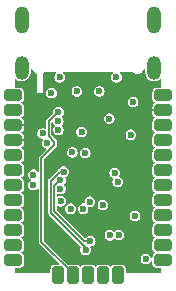
<source format=gbr>
%TF.GenerationSoftware,KiCad,Pcbnew,7.0.2*%
%TF.CreationDate,2023-07-26T16:03:34+02:00*%
%TF.ProjectId,epi,6570692e-6b69-4636-9164-5f7063625858,1_2_0*%
%TF.SameCoordinates,Original*%
%TF.FileFunction,Copper,L3,Inr*%
%TF.FilePolarity,Positive*%
%FSLAX46Y46*%
G04 Gerber Fmt 4.6, Leading zero omitted, Abs format (unit mm)*
G04 Created by KiCad (PCBNEW 7.0.2) date 2023-07-26 16:03:34*
%MOMM*%
%LPD*%
G01*
G04 APERTURE LIST*
G04 Aperture macros list*
%AMRoundRect*
0 Rectangle with rounded corners*
0 $1 Rounding radius*
0 $2 $3 $4 $5 $6 $7 $8 $9 X,Y pos of 4 corners*
0 Add a 4 corners polygon primitive as box body*
4,1,4,$2,$3,$4,$5,$6,$7,$8,$9,$2,$3,0*
0 Add four circle primitives for the rounded corners*
1,1,$1+$1,$2,$3*
1,1,$1+$1,$4,$5*
1,1,$1+$1,$6,$7*
1,1,$1+$1,$8,$9*
0 Add four rect primitives between the rounded corners*
20,1,$1+$1,$2,$3,$4,$5,0*
20,1,$1+$1,$4,$5,$6,$7,0*
20,1,$1+$1,$6,$7,$8,$9,0*
20,1,$1+$1,$8,$9,$2,$3,0*%
G04 Aperture macros list end*
%TA.AperFunction,CastellatedPad*%
%ADD10RoundRect,0.250000X-0.500000X-0.250000X0.500000X-0.250000X0.500000X0.250000X-0.500000X0.250000X0*%
%TD*%
%TA.AperFunction,CastellatedPad*%
%ADD11RoundRect,0.250000X-0.250000X0.500000X-0.250000X-0.500000X0.250000X-0.500000X0.250000X0.500000X0*%
%TD*%
%TA.AperFunction,ComponentPad*%
%ADD12O,1.200000X2.000000*%
%TD*%
%TA.AperFunction,ComponentPad*%
%ADD13O,1.200000X2.300000*%
%TD*%
%TA.AperFunction,ViaPad*%
%ADD14C,0.600000*%
%TD*%
%TA.AperFunction,Conductor*%
%ADD15C,0.150000*%
%TD*%
G04 APERTURE END LIST*
D10*
%TO.N,D1{slash}TX*%
%TO.C,J1*%
X97923220Y-58920000D03*
%TO.N,D0{slash}RX*%
X97923220Y-60190000D03*
%TO.N,GND*%
X97923220Y-61460000D03*
X97923220Y-62730000D03*
%TO.N,D2{slash}SDA*%
X97923220Y-64000000D03*
%TO.N,D3{slash}SCL*%
X97923220Y-65270000D03*
%TO.N,D4*%
X97923220Y-66540000D03*
%TO.N,D5*%
X97923220Y-67810000D03*
%TO.N,D6*%
X97923220Y-69080000D03*
%TO.N,D7*%
X97923220Y-70350000D03*
%TO.N,D8*%
X97923220Y-71620000D03*
%TO.N,D9*%
X97923220Y-72890000D03*
%TD*%
D11*
%TO.N,D11*%
%TO.C,J3*%
X106813220Y-74160000D03*
%TO.N,D12*%
X105543220Y-74160000D03*
%TO.N,D13*%
X104273220Y-74160000D03*
%TO.N,D17{slash}SS*%
X103003220Y-74160000D03*
%TO.N,A5*%
X101733220Y-74160000D03*
%TD*%
D12*
%TO.N,Net-(J4-SHIELD)*%
%TO.C,J4*%
X109873220Y-56591500D03*
D13*
X109873220Y-52591500D03*
D12*
X98673220Y-56591500D03*
D13*
X98673220Y-52591500D03*
%TD*%
D10*
%TO.N,+5V*%
%TO.C,J2*%
X110623220Y-58920000D03*
%TO.N,GND*%
X110623220Y-60190000D03*
%TO.N,RST*%
X110623220Y-61460000D03*
%TO.N,A4*%
X110623220Y-62730000D03*
%TO.N,A3*%
X110623220Y-64000000D03*
%TO.N,A2*%
X110623220Y-65270000D03*
%TO.N,A1*%
X110623220Y-66540000D03*
%TO.N,A0*%
X110623220Y-67810000D03*
%TO.N,D15{slash}SCK*%
X110623220Y-69080000D03*
%TO.N,D14{slash}MISO*%
X110623220Y-70350000D03*
%TO.N,D16{slash}MOSI*%
X110623220Y-71620000D03*
%TO.N,D10*%
X110623220Y-72890000D03*
%TD*%
D14*
%TO.N,+5V*%
X108249098Y-69134122D03*
X106062720Y-60900000D03*
X103723720Y-62023055D03*
X100423220Y-62160000D03*
%TO.N,GND*%
X107593220Y-60500000D03*
X102874422Y-61020000D03*
X108333220Y-57700000D03*
X109422512Y-68554867D03*
X100833220Y-72860000D03*
X102623220Y-72860000D03*
X103623220Y-66860000D03*
X101112342Y-69620878D03*
%TO.N,Net-(U1-XTAL1)*%
X104462720Y-71275203D03*
X101933220Y-66100000D03*
%TO.N,RST*%
X104033220Y-63819920D03*
X107903220Y-62260000D03*
%TO.N,D1{slash}TX*%
X99648720Y-65660000D03*
%TO.N,D0{slash}RX*%
X99648720Y-66532544D03*
%TO.N,A4*%
X106533220Y-65500000D03*
%TO.N,Net-(U1-XTAL2)*%
X102208720Y-65402542D03*
X104063718Y-72000000D03*
%TO.N,D17{slash}SS*%
X101765572Y-60363083D03*
%TO.N,Net-(J4-D+-PadA6)*%
X103333220Y-58600000D03*
%TO.N,D7*%
X101941860Y-67908641D03*
%TO.N,D15{slash}SCK*%
X102941848Y-63766872D03*
%TO.N,D16{slash}MOSI*%
X101754098Y-61862000D03*
%TO.N,D14{slash}MISO*%
X101754098Y-61112497D03*
%TO.N,D3{slash}SCL*%
X101933220Y-66850500D03*
%TO.N,Net-(J4-D--PadA7)*%
X105223220Y-58600000D03*
%TO.N,D9*%
X103847220Y-68537000D03*
%TO.N,D5*%
X102797720Y-68537000D03*
%TO.N,D10*%
X106123822Y-70782529D03*
%TO.N,A3*%
X106786311Y-66249757D03*
%TO.N,A5*%
X105533220Y-68224500D03*
%TO.N,D11*%
X100833220Y-63000000D03*
%TO.N,D12*%
X104433220Y-67936000D03*
%TO.N,D13*%
X106873031Y-70761567D03*
X109172720Y-72800000D03*
%TO.N,Net-(FB1-Pad1)*%
X108088720Y-59500000D03*
X106673220Y-57400000D03*
X101873220Y-57400000D03*
X101177662Y-58740576D03*
%TD*%
D15*
%TO.N,Net-(U1-XTAL1)*%
X101933220Y-66100000D02*
X101408220Y-66625000D01*
X101408220Y-66625000D02*
X101408220Y-68750736D01*
X103932687Y-71275203D02*
X104462720Y-71275203D01*
X101408220Y-68750736D02*
X103932687Y-71275203D01*
%TO.N,Net-(U1-XTAL2)*%
X104063718Y-72000000D02*
X104063718Y-71830498D01*
X104063718Y-71830498D02*
X101108220Y-68875000D01*
X101108220Y-68875000D02*
X101108220Y-66182537D01*
X101888215Y-65402542D02*
X102208720Y-65402542D01*
X101108220Y-66182537D02*
X101888215Y-65402542D01*
%TO.N,D17{slash}SS*%
X101423220Y-63160000D02*
X100323220Y-64260000D01*
X101423220Y-62847537D02*
X101423220Y-63160000D01*
X100323220Y-71328249D02*
X103003220Y-74008249D01*
X100323220Y-64260000D02*
X100323220Y-71328249D01*
X101720773Y-60363736D02*
X100948220Y-61136289D01*
X100948220Y-61136289D02*
X100948220Y-62372537D01*
X103003220Y-74008249D02*
X103003220Y-74160000D01*
X100948220Y-62372537D02*
X101423220Y-62847537D01*
%TD*%
%TA.AperFunction,Conductor*%
%TO.N,GND*%
G36*
X109085970Y-56691480D02*
G01*
X109118936Y-56727710D01*
X109122720Y-56749389D01*
X109122720Y-57035209D01*
X109122936Y-57037063D01*
X109122937Y-57037068D01*
X109137978Y-57165756D01*
X109197981Y-57330615D01*
X109248033Y-57406714D01*
X109294390Y-57477196D01*
X109422002Y-57597592D01*
X109573939Y-57685312D01*
X109742010Y-57735630D01*
X109906322Y-57745200D01*
X109917154Y-57745831D01*
X109917154Y-57745830D01*
X109917155Y-57745831D01*
X110089931Y-57715365D01*
X110251024Y-57645877D01*
X110370503Y-57556927D01*
X110417995Y-57544940D01*
X110460056Y-57570046D01*
X110472720Y-57608264D01*
X110472720Y-58205500D01*
X110453975Y-58250755D01*
X110408720Y-58269500D01*
X110091700Y-58269500D01*
X109997916Y-58284353D01*
X109884879Y-58341949D01*
X109795169Y-58431659D01*
X109737574Y-58544695D01*
X109722720Y-58638480D01*
X109722720Y-59201519D01*
X109737573Y-59295303D01*
X109793015Y-59404112D01*
X109795170Y-59408342D01*
X109884878Y-59498050D01*
X109885283Y-59498256D01*
X109886441Y-59499612D01*
X109892046Y-59505217D01*
X109891604Y-59505658D01*
X109917095Y-59535504D01*
X109913251Y-59584336D01*
X109885285Y-59612303D01*
X109885176Y-59612358D01*
X109795578Y-59701956D01*
X109738055Y-59814851D01*
X109723220Y-59908518D01*
X109723220Y-60090000D01*
X110313759Y-60090000D01*
X110298220Y-60132694D01*
X110298220Y-60247306D01*
X110313759Y-60290000D01*
X109723221Y-60290000D01*
X109723221Y-60471480D01*
X109738054Y-60565147D01*
X109795578Y-60678043D01*
X109885175Y-60767641D01*
X109885281Y-60767695D01*
X109885584Y-60768050D01*
X109892343Y-60774809D01*
X109891811Y-60775340D01*
X109917094Y-60804943D01*
X109913251Y-60853775D01*
X109885284Y-60881743D01*
X109884880Y-60881948D01*
X109795169Y-60971659D01*
X109737574Y-61084695D01*
X109722720Y-61178480D01*
X109722720Y-61741519D01*
X109737573Y-61835303D01*
X109777640Y-61913937D01*
X109795170Y-61948342D01*
X109884878Y-62038050D01*
X109884880Y-62038051D01*
X109892046Y-62045217D01*
X109891437Y-62045825D01*
X109916545Y-62075225D01*
X109912700Y-62124057D01*
X109892010Y-62144746D01*
X109892046Y-62144783D01*
X109884879Y-62151949D01*
X109884878Y-62151950D01*
X109830861Y-62205967D01*
X109795169Y-62241659D01*
X109737574Y-62354695D01*
X109722720Y-62448480D01*
X109722720Y-63011519D01*
X109737573Y-63105303D01*
X109759296Y-63147936D01*
X109795170Y-63218342D01*
X109884878Y-63308050D01*
X109884880Y-63308051D01*
X109892046Y-63315217D01*
X109891437Y-63315825D01*
X109916545Y-63345225D01*
X109912700Y-63394057D01*
X109892010Y-63414746D01*
X109892046Y-63414783D01*
X109884879Y-63421949D01*
X109884878Y-63421950D01*
X109830876Y-63475952D01*
X109795169Y-63511659D01*
X109737574Y-63624695D01*
X109722720Y-63718480D01*
X109722720Y-64281519D01*
X109737573Y-64375303D01*
X109793015Y-64484112D01*
X109795170Y-64488342D01*
X109884878Y-64578050D01*
X109884880Y-64578051D01*
X109892046Y-64585217D01*
X109891437Y-64585825D01*
X109916545Y-64615225D01*
X109912700Y-64664057D01*
X109892010Y-64684746D01*
X109892046Y-64684783D01*
X109884879Y-64691949D01*
X109884878Y-64691950D01*
X109795169Y-64781658D01*
X109795169Y-64781659D01*
X109737574Y-64894695D01*
X109722720Y-64988480D01*
X109722720Y-65551519D01*
X109737573Y-65645303D01*
X109789141Y-65746509D01*
X109795170Y-65758342D01*
X109884878Y-65848050D01*
X109884880Y-65848051D01*
X109892046Y-65855217D01*
X109891437Y-65855825D01*
X109916545Y-65885225D01*
X109912700Y-65934057D01*
X109892010Y-65954746D01*
X109892046Y-65954783D01*
X109884879Y-65961949D01*
X109884878Y-65961950D01*
X109843134Y-66003694D01*
X109795169Y-66051659D01*
X109737574Y-66164695D01*
X109722720Y-66258480D01*
X109722720Y-66821519D01*
X109737573Y-66915303D01*
X109769889Y-66978726D01*
X109795170Y-67028342D01*
X109884878Y-67118050D01*
X109884880Y-67118051D01*
X109892046Y-67125217D01*
X109891437Y-67125825D01*
X109916545Y-67155225D01*
X109912700Y-67204057D01*
X109892010Y-67224747D01*
X109892046Y-67224783D01*
X109884879Y-67231949D01*
X109884878Y-67231950D01*
X109815828Y-67301000D01*
X109795169Y-67321659D01*
X109737574Y-67434695D01*
X109722720Y-67528480D01*
X109722720Y-68091519D01*
X109737573Y-68185303D01*
X109741512Y-68193033D01*
X109795170Y-68298342D01*
X109884878Y-68388050D01*
X109884880Y-68388051D01*
X109892046Y-68395217D01*
X109891437Y-68395825D01*
X109916545Y-68425225D01*
X109912700Y-68474057D01*
X109892010Y-68494747D01*
X109892046Y-68494783D01*
X109884879Y-68501949D01*
X109884878Y-68501950D01*
X109818361Y-68568467D01*
X109795169Y-68591659D01*
X109737574Y-68704695D01*
X109722720Y-68798480D01*
X109722720Y-69361519D01*
X109737573Y-69455303D01*
X109784868Y-69548124D01*
X109795170Y-69568342D01*
X109884878Y-69658050D01*
X109884880Y-69658051D01*
X109892046Y-69665217D01*
X109891437Y-69665825D01*
X109916545Y-69695225D01*
X109912700Y-69744057D01*
X109892010Y-69764747D01*
X109892046Y-69764783D01*
X109884879Y-69771949D01*
X109884878Y-69771950D01*
X109795169Y-69861658D01*
X109795169Y-69861659D01*
X109737574Y-69974695D01*
X109722720Y-70068480D01*
X109722720Y-70631519D01*
X109737573Y-70725303D01*
X109788221Y-70824703D01*
X109795170Y-70838342D01*
X109884878Y-70928050D01*
X109884880Y-70928051D01*
X109892046Y-70935217D01*
X109891437Y-70935825D01*
X109916545Y-70965225D01*
X109912700Y-71014057D01*
X109892010Y-71034747D01*
X109892046Y-71034783D01*
X109884879Y-71041949D01*
X109884878Y-71041950D01*
X109843344Y-71083484D01*
X109795169Y-71131659D01*
X109737574Y-71244695D01*
X109722720Y-71338480D01*
X109722720Y-71901519D01*
X109737573Y-71995303D01*
X109793015Y-72104112D01*
X109795170Y-72108342D01*
X109884878Y-72198050D01*
X109884880Y-72198051D01*
X109892046Y-72205217D01*
X109891437Y-72205825D01*
X109916545Y-72235225D01*
X109912700Y-72284057D01*
X109892010Y-72304747D01*
X109892046Y-72304783D01*
X109884879Y-72311949D01*
X109884878Y-72311950D01*
X109810832Y-72385996D01*
X109795169Y-72401659D01*
X109737574Y-72514695D01*
X109722720Y-72608480D01*
X109722720Y-72625670D01*
X109703975Y-72670925D01*
X109658720Y-72689670D01*
X109613465Y-72670925D01*
X109600504Y-72652257D01*
X109555602Y-72553937D01*
X109470768Y-72456032D01*
X109361791Y-72385997D01*
X109361790Y-72385996D01*
X109361789Y-72385996D01*
X109237492Y-72349500D01*
X109107948Y-72349500D01*
X108983651Y-72385996D01*
X108983648Y-72385997D01*
X108874671Y-72456032D01*
X108789837Y-72553937D01*
X108736023Y-72671772D01*
X108717587Y-72800000D01*
X108736023Y-72928227D01*
X108789837Y-73046062D01*
X108789838Y-73046063D01*
X108874671Y-73143967D01*
X108983651Y-73214004D01*
X109107948Y-73250500D01*
X109107949Y-73250500D01*
X109237491Y-73250500D01*
X109237492Y-73250500D01*
X109361789Y-73214004D01*
X109470769Y-73143967D01*
X109555602Y-73046063D01*
X109600505Y-72947740D01*
X109636354Y-72914363D01*
X109685306Y-72916111D01*
X109718685Y-72951962D01*
X109722720Y-72974328D01*
X109722720Y-73171519D01*
X109737573Y-73265303D01*
X109742185Y-73274354D01*
X109795170Y-73378342D01*
X109884878Y-73468050D01*
X109997916Y-73525646D01*
X110091701Y-73540500D01*
X110408720Y-73540499D01*
X110453975Y-73559244D01*
X110472720Y-73604499D01*
X110472720Y-73945500D01*
X110453975Y-73990755D01*
X110408720Y-74009500D01*
X107527719Y-74009500D01*
X107482464Y-73990755D01*
X107463719Y-73945500D01*
X107463719Y-73628481D01*
X107448866Y-73534696D01*
X107394922Y-73428826D01*
X107391270Y-73421658D01*
X107301562Y-73331950D01*
X107188524Y-73274354D01*
X107094739Y-73259500D01*
X106531700Y-73259500D01*
X106437916Y-73274353D01*
X106324879Y-73331949D01*
X106324878Y-73331949D01*
X106324878Y-73331950D01*
X106235170Y-73421658D01*
X106235169Y-73421659D01*
X106228003Y-73428826D01*
X106227394Y-73428217D01*
X106197992Y-73453325D01*
X106149160Y-73449478D01*
X106128473Y-73428790D01*
X106128438Y-73428826D01*
X106121270Y-73421658D01*
X106031562Y-73331950D01*
X105918524Y-73274354D01*
X105824739Y-73259500D01*
X105261700Y-73259500D01*
X105167916Y-73274353D01*
X105054879Y-73331949D01*
X105054878Y-73331949D01*
X105054878Y-73331950D01*
X104965170Y-73421658D01*
X104965169Y-73421659D01*
X104958003Y-73428826D01*
X104957394Y-73428217D01*
X104927989Y-73453327D01*
X104879157Y-73449478D01*
X104858472Y-73428790D01*
X104858437Y-73428826D01*
X104851271Y-73421660D01*
X104851270Y-73421658D01*
X104761562Y-73331950D01*
X104648524Y-73274354D01*
X104554739Y-73259500D01*
X103991700Y-73259500D01*
X103897916Y-73274353D01*
X103784879Y-73331949D01*
X103784878Y-73331949D01*
X103784878Y-73331950D01*
X103695170Y-73421658D01*
X103695169Y-73421659D01*
X103688003Y-73428826D01*
X103687394Y-73428217D01*
X103657992Y-73453325D01*
X103609160Y-73449478D01*
X103588473Y-73428790D01*
X103588438Y-73428826D01*
X103581270Y-73421658D01*
X103491562Y-73331950D01*
X103378524Y-73274354D01*
X103284739Y-73259500D01*
X102721699Y-73259500D01*
X102625862Y-73274678D01*
X102578233Y-73263242D01*
X102570597Y-73256721D01*
X100567465Y-71253589D01*
X100548720Y-71208334D01*
X100548720Y-66194602D01*
X100877998Y-66194602D01*
X100880539Y-66204083D01*
X100882720Y-66220649D01*
X100882720Y-68867414D01*
X100882632Y-68870764D01*
X100880519Y-68911063D01*
X100889533Y-68934545D01*
X100892384Y-68944172D01*
X100897612Y-68968768D01*
X100903384Y-68976713D01*
X100911353Y-68991391D01*
X100914872Y-69000558D01*
X100932660Y-69018346D01*
X100939182Y-69025983D01*
X100953960Y-69046324D01*
X100962461Y-69051232D01*
X100975716Y-69061402D01*
X103645469Y-71731154D01*
X103664214Y-71776409D01*
X103658431Y-71802995D01*
X103627021Y-71871773D01*
X103608585Y-72000000D01*
X103627021Y-72128227D01*
X103680835Y-72246062D01*
X103765669Y-72343967D01*
X103874649Y-72414004D01*
X103998946Y-72450500D01*
X103998947Y-72450500D01*
X104128489Y-72450500D01*
X104128490Y-72450500D01*
X104252787Y-72414004D01*
X104361767Y-72343967D01*
X104446600Y-72246063D01*
X104500415Y-72128226D01*
X104518851Y-72000000D01*
X104500415Y-71871774D01*
X104475075Y-71816289D01*
X104473327Y-71767338D01*
X104506705Y-71731487D01*
X104518825Y-71728850D01*
X104518663Y-71728295D01*
X104527491Y-71725703D01*
X104527492Y-71725703D01*
X104651789Y-71689207D01*
X104760769Y-71619170D01*
X104845602Y-71521266D01*
X104899417Y-71403429D01*
X104917853Y-71275203D01*
X104899417Y-71146977D01*
X104845602Y-71029140D01*
X104760769Y-70931236D01*
X104760768Y-70931235D01*
X104651791Y-70861200D01*
X104651790Y-70861199D01*
X104651789Y-70861199D01*
X104527492Y-70824703D01*
X104397948Y-70824703D01*
X104351504Y-70838340D01*
X104273648Y-70861200D01*
X104164671Y-70931235D01*
X104090356Y-71017000D01*
X104046554Y-71038926D01*
X104000077Y-71023457D01*
X103996733Y-71020344D01*
X103758917Y-70782528D01*
X105668689Y-70782528D01*
X105687125Y-70910756D01*
X105740939Y-71028591D01*
X105788503Y-71083484D01*
X105825773Y-71126496D01*
X105934753Y-71196533D01*
X106059050Y-71233029D01*
X106059051Y-71233029D01*
X106188593Y-71233029D01*
X106188594Y-71233029D01*
X106312891Y-71196533D01*
X106421871Y-71126496D01*
X106459140Y-71083483D01*
X106502942Y-71061558D01*
X106549419Y-71077027D01*
X106555875Y-71083483D01*
X106574982Y-71105534D01*
X106683962Y-71175571D01*
X106808259Y-71212067D01*
X106808260Y-71212067D01*
X106937802Y-71212067D01*
X106937803Y-71212067D01*
X107062100Y-71175571D01*
X107171080Y-71105534D01*
X107255913Y-71007630D01*
X107309728Y-70889793D01*
X107328164Y-70761567D01*
X107309728Y-70633341D01*
X107255913Y-70515504D01*
X107171080Y-70417600D01*
X107171079Y-70417599D01*
X107062102Y-70347564D01*
X107062101Y-70347563D01*
X107062100Y-70347563D01*
X106937803Y-70311067D01*
X106808259Y-70311067D01*
X106683962Y-70347563D01*
X106683959Y-70347564D01*
X106574981Y-70417600D01*
X106537711Y-70460612D01*
X106493909Y-70482537D01*
X106447432Y-70467067D01*
X106440976Y-70460611D01*
X106421870Y-70438561D01*
X106312893Y-70368526D01*
X106312892Y-70368525D01*
X106312891Y-70368525D01*
X106188594Y-70332029D01*
X106059050Y-70332029D01*
X105934753Y-70368525D01*
X105934750Y-70368526D01*
X105825773Y-70438561D01*
X105740939Y-70536466D01*
X105687125Y-70654301D01*
X105668689Y-70782528D01*
X103758917Y-70782528D01*
X102110512Y-69134122D01*
X107793965Y-69134122D01*
X107812401Y-69262349D01*
X107866215Y-69380184D01*
X107866216Y-69380185D01*
X107951049Y-69478089D01*
X108060029Y-69548126D01*
X108184326Y-69584622D01*
X108184327Y-69584622D01*
X108313869Y-69584622D01*
X108313870Y-69584622D01*
X108438167Y-69548126D01*
X108547147Y-69478089D01*
X108631980Y-69380185D01*
X108685795Y-69262348D01*
X108704231Y-69134122D01*
X108685795Y-69005896D01*
X108631980Y-68888059D01*
X108547147Y-68790155D01*
X108547146Y-68790154D01*
X108438169Y-68720119D01*
X108438168Y-68720118D01*
X108438167Y-68720118D01*
X108313870Y-68683622D01*
X108184326Y-68683622D01*
X108112553Y-68704696D01*
X108060026Y-68720119D01*
X107951049Y-68790154D01*
X107866215Y-68888059D01*
X107812401Y-69005894D01*
X107793965Y-69134122D01*
X102110512Y-69134122D01*
X101652465Y-68676075D01*
X101633720Y-68630820D01*
X101633720Y-68537000D01*
X102342587Y-68537000D01*
X102361023Y-68665227D01*
X102414837Y-68783062D01*
X102428198Y-68798482D01*
X102499671Y-68880967D01*
X102608651Y-68951004D01*
X102732948Y-68987500D01*
X102732949Y-68987500D01*
X102862491Y-68987500D01*
X102862492Y-68987500D01*
X102986789Y-68951004D01*
X103095769Y-68880967D01*
X103180602Y-68783063D01*
X103234417Y-68665226D01*
X103252853Y-68537000D01*
X103392087Y-68537000D01*
X103410523Y-68665227D01*
X103464337Y-68783062D01*
X103477698Y-68798482D01*
X103549171Y-68880967D01*
X103658151Y-68951004D01*
X103782448Y-68987500D01*
X103782449Y-68987500D01*
X103911991Y-68987500D01*
X103911992Y-68987500D01*
X104036289Y-68951004D01*
X104145269Y-68880967D01*
X104230102Y-68783063D01*
X104283917Y-68665226D01*
X104302353Y-68537000D01*
X104291019Y-68458173D01*
X104303133Y-68410713D01*
X104345260Y-68385718D01*
X104359246Y-68386719D01*
X104359246Y-68386500D01*
X104497991Y-68386500D01*
X104497992Y-68386500D01*
X104622289Y-68350004D01*
X104731269Y-68279967D01*
X104779331Y-68224500D01*
X105078087Y-68224500D01*
X105096523Y-68352727D01*
X105150337Y-68470562D01*
X105207905Y-68537000D01*
X105235171Y-68568467D01*
X105344151Y-68638504D01*
X105468448Y-68675000D01*
X105468449Y-68675000D01*
X105597991Y-68675000D01*
X105597992Y-68675000D01*
X105722289Y-68638504D01*
X105831269Y-68568467D01*
X105916102Y-68470563D01*
X105969917Y-68352726D01*
X105988353Y-68224500D01*
X105969917Y-68096274D01*
X105916102Y-67978437D01*
X105831269Y-67880533D01*
X105831268Y-67880532D01*
X105722291Y-67810497D01*
X105722290Y-67810496D01*
X105722289Y-67810496D01*
X105597992Y-67774000D01*
X105468448Y-67774000D01*
X105353422Y-67807774D01*
X105344148Y-67810497D01*
X105235171Y-67880532D01*
X105150337Y-67978437D01*
X105096523Y-68096272D01*
X105078087Y-68224500D01*
X104779331Y-68224500D01*
X104816102Y-68182063D01*
X104869917Y-68064226D01*
X104888353Y-67936000D01*
X104869917Y-67807774D01*
X104816102Y-67689937D01*
X104731269Y-67592033D01*
X104731268Y-67592032D01*
X104622291Y-67521997D01*
X104622290Y-67521996D01*
X104622289Y-67521996D01*
X104497992Y-67485500D01*
X104368448Y-67485500D01*
X104262907Y-67516489D01*
X104244148Y-67521997D01*
X104135171Y-67592032D01*
X104050337Y-67689937D01*
X103996523Y-67807772D01*
X103978087Y-67936000D01*
X103989420Y-68014824D01*
X103977305Y-68062286D01*
X103935179Y-68087281D01*
X103921193Y-68086281D01*
X103921193Y-68086500D01*
X103911992Y-68086500D01*
X103782448Y-68086500D01*
X103673082Y-68118612D01*
X103658148Y-68122997D01*
X103549171Y-68193032D01*
X103464337Y-68290937D01*
X103410523Y-68408772D01*
X103392087Y-68537000D01*
X103252853Y-68537000D01*
X103234417Y-68408774D01*
X103180602Y-68290937D01*
X103095769Y-68193033D01*
X103095768Y-68193032D01*
X102986791Y-68122997D01*
X102986790Y-68122996D01*
X102986789Y-68122996D01*
X102862492Y-68086500D01*
X102732948Y-68086500D01*
X102623582Y-68118612D01*
X102608648Y-68122997D01*
X102499671Y-68193032D01*
X102414837Y-68290937D01*
X102361023Y-68408772D01*
X102342587Y-68537000D01*
X101633720Y-68537000D01*
X101633720Y-68363329D01*
X101652465Y-68318074D01*
X101697720Y-68299329D01*
X101732320Y-68309489D01*
X101752791Y-68322645D01*
X101877088Y-68359141D01*
X101877089Y-68359141D01*
X102006631Y-68359141D01*
X102006632Y-68359141D01*
X102130929Y-68322645D01*
X102239909Y-68252608D01*
X102324742Y-68154704D01*
X102378557Y-68036867D01*
X102396993Y-67908641D01*
X102378557Y-67780415D01*
X102324742Y-67662578D01*
X102239909Y-67564674D01*
X102239908Y-67564673D01*
X102130931Y-67494638D01*
X102130930Y-67494637D01*
X102130929Y-67494637D01*
X102006632Y-67458141D01*
X101877088Y-67458141D01*
X101752791Y-67494637D01*
X101752789Y-67494637D01*
X101752789Y-67494638D01*
X101732319Y-67507793D01*
X101684114Y-67516489D01*
X101643878Y-67488552D01*
X101633720Y-67453955D01*
X101633720Y-67310738D01*
X101652464Y-67265486D01*
X101697719Y-67246741D01*
X101732320Y-67256901D01*
X101744151Y-67264504D01*
X101868448Y-67301000D01*
X101868449Y-67301000D01*
X101997991Y-67301000D01*
X101997992Y-67301000D01*
X102122289Y-67264504D01*
X102231269Y-67194467D01*
X102316102Y-67096563D01*
X102369917Y-66978726D01*
X102388353Y-66850500D01*
X102369917Y-66722274D01*
X102316102Y-66604437D01*
X102240476Y-66517158D01*
X102225008Y-66470684D01*
X102240476Y-66433341D01*
X102316102Y-66346063D01*
X102369917Y-66228226D01*
X102388353Y-66100000D01*
X102369917Y-65971774D01*
X102341385Y-65909300D01*
X102339637Y-65860349D01*
X102373015Y-65824498D01*
X102381563Y-65821309D01*
X102397789Y-65816546D01*
X102506769Y-65746509D01*
X102591602Y-65648605D01*
X102645417Y-65530768D01*
X102649841Y-65500000D01*
X106078087Y-65500000D01*
X106096523Y-65628227D01*
X106150337Y-65746062D01*
X106150338Y-65746063D01*
X106235171Y-65843967D01*
X106344151Y-65914004D01*
X106361670Y-65919147D01*
X106399809Y-65949883D01*
X106405046Y-65998586D01*
X106401854Y-66007142D01*
X106349614Y-66121529D01*
X106331178Y-66249756D01*
X106331178Y-66249757D01*
X106334943Y-66275942D01*
X106349614Y-66377984D01*
X106403428Y-66495819D01*
X106403429Y-66495820D01*
X106488262Y-66593724D01*
X106597242Y-66663761D01*
X106721539Y-66700257D01*
X106721540Y-66700257D01*
X106851082Y-66700257D01*
X106851083Y-66700257D01*
X106975380Y-66663761D01*
X107084360Y-66593724D01*
X107169193Y-66495820D01*
X107223008Y-66377983D01*
X107241444Y-66249757D01*
X107223008Y-66121531D01*
X107169193Y-66003694D01*
X107084360Y-65905790D01*
X107084359Y-65905789D01*
X106975380Y-65835752D01*
X106957860Y-65830608D01*
X106919721Y-65799871D01*
X106914486Y-65751168D01*
X106917677Y-65742614D01*
X106969917Y-65628226D01*
X106988353Y-65500000D01*
X106969917Y-65371774D01*
X106916102Y-65253937D01*
X106831269Y-65156033D01*
X106831268Y-65156032D01*
X106722291Y-65085997D01*
X106722290Y-65085996D01*
X106722289Y-65085996D01*
X106597992Y-65049500D01*
X106468448Y-65049500D01*
X106437541Y-65058575D01*
X106344148Y-65085997D01*
X106235171Y-65156032D01*
X106150337Y-65253937D01*
X106096523Y-65371772D01*
X106078087Y-65500000D01*
X102649841Y-65500000D01*
X102663853Y-65402542D01*
X102645417Y-65274316D01*
X102591602Y-65156479D01*
X102506769Y-65058575D01*
X102506768Y-65058574D01*
X102397791Y-64988539D01*
X102397790Y-64988538D01*
X102397789Y-64988538D01*
X102273492Y-64952042D01*
X102143948Y-64952042D01*
X102019842Y-64988482D01*
X102019648Y-64988539D01*
X101910671Y-65058574D01*
X101825836Y-65156480D01*
X101824177Y-65160113D01*
X101803577Y-65185301D01*
X101786499Y-65197707D01*
X101771827Y-65205674D01*
X101762655Y-65209195D01*
X101744869Y-65226981D01*
X101737235Y-65233501D01*
X101716893Y-65248280D01*
X101711982Y-65256786D01*
X101701813Y-65270037D01*
X100954122Y-66017728D01*
X100951692Y-66020034D01*
X100921711Y-66047029D01*
X100911483Y-66070002D01*
X100906691Y-66078826D01*
X100892993Y-66099919D01*
X100891455Y-66109625D01*
X100886713Y-66125633D01*
X100882720Y-66134603D01*
X100882720Y-66159751D01*
X100881931Y-66169762D01*
X100877998Y-66194602D01*
X100548720Y-66194602D01*
X100548720Y-64379914D01*
X100567464Y-64334660D01*
X101135252Y-63766871D01*
X102486715Y-63766871D01*
X102505151Y-63895099D01*
X102558965Y-64012934D01*
X102558966Y-64012935D01*
X102643799Y-64110839D01*
X102752779Y-64180876D01*
X102877076Y-64217372D01*
X102877077Y-64217372D01*
X103006619Y-64217372D01*
X103006620Y-64217372D01*
X103130917Y-64180876D01*
X103239897Y-64110839D01*
X103324730Y-64012935D01*
X103378545Y-63895098D01*
X103389354Y-63819920D01*
X103578087Y-63819920D01*
X103596523Y-63948147D01*
X103650337Y-64065982D01*
X103650338Y-64065983D01*
X103735171Y-64163887D01*
X103844151Y-64233924D01*
X103968448Y-64270420D01*
X103968449Y-64270420D01*
X104097991Y-64270420D01*
X104097992Y-64270420D01*
X104222289Y-64233924D01*
X104331269Y-64163887D01*
X104416102Y-64065983D01*
X104469917Y-63948146D01*
X104488353Y-63819920D01*
X104469917Y-63691694D01*
X104416102Y-63573857D01*
X104331269Y-63475953D01*
X104331268Y-63475952D01*
X104222291Y-63405917D01*
X104222290Y-63405916D01*
X104222289Y-63405916D01*
X104097992Y-63369420D01*
X103968448Y-63369420D01*
X103844151Y-63405916D01*
X103844148Y-63405917D01*
X103735171Y-63475952D01*
X103650337Y-63573857D01*
X103596523Y-63691692D01*
X103578087Y-63819920D01*
X103389354Y-63819920D01*
X103396981Y-63766872D01*
X103378545Y-63638646D01*
X103324730Y-63520809D01*
X103239897Y-63422905D01*
X103239896Y-63422904D01*
X103130919Y-63352869D01*
X103130918Y-63352868D01*
X103130917Y-63352868D01*
X103006620Y-63316372D01*
X102877076Y-63316372D01*
X102752779Y-63352868D01*
X102752776Y-63352869D01*
X102643799Y-63422904D01*
X102558965Y-63520809D01*
X102505151Y-63638644D01*
X102486715Y-63766871D01*
X101135252Y-63766871D01*
X101577324Y-63324799D01*
X101579737Y-63322511D01*
X101595798Y-63308050D01*
X101609729Y-63295507D01*
X101619958Y-63272530D01*
X101624748Y-63263710D01*
X101638444Y-63242621D01*
X101638443Y-63242621D01*
X101638446Y-63242618D01*
X101639983Y-63232912D01*
X101644727Y-63216900D01*
X101648720Y-63207932D01*
X101648719Y-63182786D01*
X101649507Y-63172774D01*
X101653442Y-63147935D01*
X101650898Y-63138443D01*
X101648719Y-63121894D01*
X101648719Y-62855103D01*
X101648807Y-62851752D01*
X101650919Y-62811473D01*
X101641909Y-62788001D01*
X101639057Y-62778372D01*
X101633827Y-62753768D01*
X101628057Y-62745827D01*
X101620083Y-62731142D01*
X101616565Y-62721977D01*
X101598781Y-62704193D01*
X101592259Y-62696556D01*
X101577479Y-62676213D01*
X101568975Y-62671303D01*
X101555722Y-62661134D01*
X101192465Y-62297877D01*
X101173720Y-62252622D01*
X101173720Y-61885738D01*
X101182481Y-61864585D01*
X101173720Y-61838261D01*
X101173720Y-61256203D01*
X101192464Y-61210949D01*
X101207546Y-61195867D01*
X101252800Y-61177123D01*
X101298055Y-61195868D01*
X101316148Y-61232013D01*
X101317400Y-61240721D01*
X101371215Y-61358559D01*
X101446407Y-61445337D01*
X101461876Y-61491814D01*
X101446408Y-61529158D01*
X101371215Y-61615937D01*
X101317401Y-61733772D01*
X101313090Y-61763758D01*
X101302804Y-61835304D01*
X101301069Y-61847369D01*
X101293124Y-61860758D01*
X101301068Y-61876628D01*
X101306734Y-61916032D01*
X101317401Y-61990227D01*
X101371215Y-62108062D01*
X101403071Y-62144826D01*
X101456049Y-62205967D01*
X101565029Y-62276004D01*
X101689326Y-62312500D01*
X101689327Y-62312500D01*
X101818869Y-62312500D01*
X101818870Y-62312500D01*
X101943167Y-62276004D01*
X102052147Y-62205967D01*
X102136980Y-62108063D01*
X102175803Y-62023054D01*
X103268587Y-62023054D01*
X103287023Y-62151282D01*
X103340837Y-62269117D01*
X103340838Y-62269118D01*
X103425671Y-62367022D01*
X103534651Y-62437059D01*
X103658948Y-62473555D01*
X103658949Y-62473555D01*
X103788491Y-62473555D01*
X103788492Y-62473555D01*
X103912789Y-62437059D01*
X104021769Y-62367022D01*
X104106602Y-62269118D01*
X104110767Y-62259999D01*
X107448087Y-62259999D01*
X107466523Y-62388227D01*
X107520337Y-62506062D01*
X107520338Y-62506063D01*
X107605171Y-62603967D01*
X107714151Y-62674004D01*
X107838448Y-62710500D01*
X107838449Y-62710500D01*
X107967991Y-62710500D01*
X107967992Y-62710500D01*
X108092289Y-62674004D01*
X108201269Y-62603967D01*
X108286102Y-62506063D01*
X108339917Y-62388226D01*
X108358353Y-62260000D01*
X108339917Y-62131774D01*
X108286102Y-62013937D01*
X108201269Y-61916033D01*
X108201268Y-61916032D01*
X108092291Y-61845997D01*
X108092290Y-61845996D01*
X108092289Y-61845996D01*
X107967992Y-61809500D01*
X107838448Y-61809500D01*
X107740495Y-61838261D01*
X107714148Y-61845997D01*
X107605171Y-61916032D01*
X107520337Y-62013937D01*
X107466523Y-62131772D01*
X107448087Y-62259999D01*
X104110767Y-62259999D01*
X104160417Y-62151281D01*
X104178853Y-62023055D01*
X104160417Y-61894829D01*
X104106602Y-61776992D01*
X104021769Y-61679088D01*
X104021768Y-61679087D01*
X103912791Y-61609052D01*
X103912790Y-61609051D01*
X103912789Y-61609051D01*
X103788492Y-61572555D01*
X103658948Y-61572555D01*
X103534651Y-61609051D01*
X103534648Y-61609052D01*
X103425671Y-61679087D01*
X103340837Y-61776992D01*
X103287023Y-61894827D01*
X103268587Y-62023054D01*
X102175803Y-62023054D01*
X102190795Y-61990226D01*
X102209231Y-61862000D01*
X102190795Y-61733774D01*
X102136980Y-61615937D01*
X102061786Y-61529157D01*
X102046318Y-61482682D01*
X102061785Y-61445340D01*
X102136980Y-61358560D01*
X102190795Y-61240723D01*
X102209231Y-61112497D01*
X102190795Y-60984271D01*
X102152309Y-60899999D01*
X105607587Y-60899999D01*
X105626023Y-61028227D01*
X105679837Y-61146062D01*
X105679838Y-61146063D01*
X105764671Y-61243967D01*
X105873651Y-61314004D01*
X105997948Y-61350500D01*
X105997949Y-61350500D01*
X106127491Y-61350500D01*
X106127492Y-61350500D01*
X106251789Y-61314004D01*
X106360769Y-61243967D01*
X106445602Y-61146063D01*
X106499417Y-61028226D01*
X106517853Y-60900000D01*
X106499417Y-60771774D01*
X106445602Y-60653937D01*
X106360769Y-60556033D01*
X106360768Y-60556032D01*
X106251791Y-60485997D01*
X106251790Y-60485996D01*
X106251789Y-60485996D01*
X106127492Y-60449500D01*
X105997948Y-60449500D01*
X105873651Y-60485996D01*
X105873648Y-60485997D01*
X105764671Y-60556032D01*
X105679837Y-60653937D01*
X105626023Y-60771772D01*
X105607587Y-60899999D01*
X102152309Y-60899999D01*
X102136980Y-60866434D01*
X102067562Y-60786320D01*
X102052094Y-60739845D01*
X102067562Y-60702501D01*
X102148454Y-60609146D01*
X102202269Y-60491309D01*
X102220705Y-60363083D01*
X102202269Y-60234857D01*
X102148454Y-60117020D01*
X102063621Y-60019116D01*
X102063620Y-60019115D01*
X101954643Y-59949080D01*
X101954642Y-59949079D01*
X101954641Y-59949079D01*
X101830344Y-59912583D01*
X101700800Y-59912583D01*
X101576503Y-59949079D01*
X101576500Y-59949080D01*
X101467523Y-60019115D01*
X101382689Y-60117020D01*
X101328875Y-60234855D01*
X101310439Y-60363084D01*
X101317454Y-60411880D01*
X101305339Y-60459342D01*
X101299360Y-60466242D01*
X100794122Y-60971480D01*
X100791692Y-60973786D01*
X100761711Y-61000781D01*
X100751483Y-61023754D01*
X100746691Y-61032578D01*
X100732993Y-61053671D01*
X100731455Y-61063377D01*
X100726713Y-61079385D01*
X100722720Y-61088355D01*
X100722720Y-61113503D01*
X100721931Y-61123514D01*
X100717998Y-61148354D01*
X100720539Y-61157835D01*
X100722720Y-61174401D01*
X100722720Y-61699758D01*
X100703975Y-61745013D01*
X100658720Y-61763758D01*
X100624120Y-61753599D01*
X100618710Y-61750123D01*
X100612289Y-61745996D01*
X100487992Y-61709500D01*
X100358448Y-61709500D01*
X100249399Y-61741519D01*
X100234148Y-61745997D01*
X100125171Y-61816032D01*
X100040337Y-61913937D01*
X99986523Y-62031772D01*
X99968087Y-62160000D01*
X99986523Y-62288227D01*
X100040337Y-62406062D01*
X100040338Y-62406063D01*
X100125171Y-62503967D01*
X100234151Y-62574004D01*
X100358448Y-62610500D01*
X100358449Y-62610500D01*
X100434486Y-62610500D01*
X100479741Y-62629245D01*
X100498486Y-62674500D01*
X100482854Y-62716411D01*
X100450337Y-62753937D01*
X100396523Y-62871772D01*
X100378087Y-63000000D01*
X100396523Y-63128227D01*
X100450337Y-63246062D01*
X100535171Y-63343967D01*
X100631565Y-63405916D01*
X100644151Y-63414004D01*
X100700020Y-63430408D01*
X100738160Y-63461142D01*
X100743397Y-63509845D01*
X100727244Y-63537070D01*
X100169122Y-64095191D01*
X100166692Y-64097497D01*
X100136711Y-64124492D01*
X100126483Y-64147465D01*
X100121691Y-64156289D01*
X100107993Y-64177382D01*
X100106455Y-64187088D01*
X100101713Y-64203096D01*
X100097720Y-64212066D01*
X100097720Y-64237214D01*
X100096932Y-64247225D01*
X100093259Y-64270420D01*
X100092998Y-64272065D01*
X100095539Y-64281546D01*
X100097720Y-64298112D01*
X100097719Y-65318649D01*
X100078974Y-65363904D01*
X100033719Y-65382649D01*
X99988464Y-65363904D01*
X99985351Y-65360560D01*
X99946768Y-65316032D01*
X99837791Y-65245997D01*
X99837790Y-65245996D01*
X99837789Y-65245996D01*
X99713492Y-65209500D01*
X99583948Y-65209500D01*
X99459651Y-65245996D01*
X99459648Y-65245997D01*
X99350671Y-65316032D01*
X99265837Y-65413937D01*
X99212023Y-65531772D01*
X99193587Y-65659999D01*
X99212023Y-65788227D01*
X99265837Y-65906062D01*
X99350671Y-66003967D01*
X99410523Y-66042432D01*
X99438459Y-66082668D01*
X99429762Y-66130873D01*
X99410523Y-66150112D01*
X99350671Y-66188576D01*
X99265837Y-66286481D01*
X99212023Y-66404316D01*
X99193587Y-66532544D01*
X99212023Y-66660771D01*
X99265837Y-66778606D01*
X99265838Y-66778607D01*
X99350671Y-66876511D01*
X99459651Y-66946548D01*
X99583948Y-66983044D01*
X99583949Y-66983044D01*
X99713491Y-66983044D01*
X99713492Y-66983044D01*
X99837789Y-66946548D01*
X99946769Y-66876511D01*
X99985352Y-66831982D01*
X100029154Y-66810057D01*
X100075631Y-66825526D01*
X100097557Y-66869328D01*
X100097720Y-66873894D01*
X100097720Y-71320663D01*
X100097632Y-71324013D01*
X100095519Y-71364312D01*
X100104533Y-71387794D01*
X100107384Y-71397421D01*
X100112612Y-71422017D01*
X100118384Y-71429962D01*
X100126353Y-71444640D01*
X100129872Y-71453807D01*
X100147660Y-71471595D01*
X100154182Y-71479232D01*
X100168960Y-71499573D01*
X100177461Y-71504481D01*
X100190716Y-71514651D01*
X101826310Y-73150245D01*
X101845055Y-73195500D01*
X101826310Y-73240755D01*
X101781055Y-73259500D01*
X101451700Y-73259500D01*
X101357916Y-73274353D01*
X101244879Y-73331949D01*
X101155169Y-73421659D01*
X101097574Y-73534695D01*
X101082720Y-73628480D01*
X101082720Y-73945500D01*
X101063975Y-73990755D01*
X101018720Y-74009500D01*
X98137720Y-74009500D01*
X98092465Y-73990755D01*
X98073720Y-73945500D01*
X98073720Y-73604499D01*
X98092465Y-73559244D01*
X98137720Y-73540499D01*
X98454739Y-73540499D01*
X98501630Y-73533072D01*
X98548524Y-73525646D01*
X98661562Y-73468050D01*
X98751270Y-73378342D01*
X98808866Y-73265304D01*
X98823720Y-73171519D01*
X98823719Y-72608482D01*
X98808866Y-72514696D01*
X98751270Y-72401658D01*
X98661562Y-72311950D01*
X98661561Y-72311949D01*
X98654394Y-72304782D01*
X98655002Y-72304173D01*
X98629897Y-72274778D01*
X98633739Y-72225945D01*
X98654430Y-72205254D01*
X98654394Y-72205218D01*
X98661562Y-72198050D01*
X98751270Y-72108342D01*
X98808866Y-71995304D01*
X98823720Y-71901519D01*
X98823719Y-71338482D01*
X98821161Y-71322333D01*
X98808866Y-71244696D01*
X98802921Y-71233029D01*
X98751270Y-71131658D01*
X98661562Y-71041950D01*
X98661561Y-71041949D01*
X98654394Y-71034782D01*
X98655002Y-71034173D01*
X98629897Y-71004778D01*
X98633739Y-70955945D01*
X98654430Y-70935254D01*
X98654394Y-70935218D01*
X98661562Y-70928050D01*
X98751270Y-70838342D01*
X98808866Y-70725304D01*
X98823720Y-70631519D01*
X98823719Y-70068482D01*
X98808866Y-69974696D01*
X98751270Y-69861658D01*
X98661562Y-69771950D01*
X98661561Y-69771949D01*
X98654394Y-69764782D01*
X98655002Y-69764173D01*
X98629897Y-69734778D01*
X98633739Y-69685945D01*
X98654430Y-69665254D01*
X98654394Y-69665218D01*
X98661562Y-69658050D01*
X98751270Y-69568342D01*
X98808866Y-69455304D01*
X98823720Y-69361519D01*
X98823719Y-68798482D01*
X98822400Y-68790155D01*
X98808866Y-68704696D01*
X98771224Y-68630820D01*
X98751270Y-68591658D01*
X98661562Y-68501950D01*
X98661561Y-68501949D01*
X98654394Y-68494782D01*
X98655002Y-68494173D01*
X98629897Y-68464778D01*
X98633739Y-68415945D01*
X98654430Y-68395254D01*
X98654394Y-68395218D01*
X98663894Y-68385718D01*
X98751270Y-68298342D01*
X98808866Y-68185304D01*
X98823720Y-68091519D01*
X98823719Y-67528482D01*
X98820442Y-67507793D01*
X98808866Y-67434696D01*
X98808865Y-67434695D01*
X98751270Y-67321658D01*
X98661562Y-67231950D01*
X98661561Y-67231949D01*
X98654394Y-67224782D01*
X98655002Y-67224173D01*
X98629897Y-67194778D01*
X98633739Y-67145945D01*
X98654430Y-67125254D01*
X98654394Y-67125218D01*
X98661562Y-67118050D01*
X98751270Y-67028342D01*
X98808866Y-66915304D01*
X98823720Y-66821519D01*
X98823719Y-66258482D01*
X98820229Y-66236448D01*
X98808866Y-66164696D01*
X98791632Y-66130873D01*
X98751270Y-66051658D01*
X98661562Y-65961950D01*
X98661561Y-65961949D01*
X98654394Y-65954782D01*
X98655002Y-65954173D01*
X98629897Y-65924778D01*
X98633739Y-65875945D01*
X98654430Y-65855254D01*
X98654394Y-65855218D01*
X98673860Y-65835752D01*
X98751270Y-65758342D01*
X98808866Y-65645304D01*
X98823720Y-65551519D01*
X98823719Y-64988482D01*
X98808866Y-64894696D01*
X98751270Y-64781658D01*
X98661562Y-64691950D01*
X98661561Y-64691949D01*
X98654394Y-64684782D01*
X98655002Y-64684173D01*
X98629897Y-64654778D01*
X98633739Y-64605945D01*
X98654430Y-64585254D01*
X98654394Y-64585218D01*
X98661562Y-64578050D01*
X98751270Y-64488342D01*
X98808866Y-64375304D01*
X98823720Y-64281519D01*
X98823719Y-63718482D01*
X98808866Y-63624696D01*
X98751270Y-63511658D01*
X98661562Y-63421950D01*
X98661156Y-63421743D01*
X98659998Y-63420387D01*
X98654394Y-63414783D01*
X98654835Y-63414341D01*
X98629345Y-63384496D01*
X98633189Y-63335664D01*
X98661160Y-63307694D01*
X98661265Y-63307640D01*
X98750861Y-63218043D01*
X98808384Y-63105148D01*
X98823220Y-63011481D01*
X98823220Y-62830000D01*
X98232681Y-62830000D01*
X98248220Y-62787306D01*
X98248220Y-62672694D01*
X98232681Y-62630000D01*
X98823219Y-62630000D01*
X98823219Y-62448519D01*
X98808385Y-62354852D01*
X98750861Y-62241956D01*
X98661264Y-62152358D01*
X98660610Y-62152025D01*
X98658730Y-62149825D01*
X98654097Y-62145191D01*
X98654461Y-62144826D01*
X98628797Y-62114778D01*
X98632639Y-62065946D01*
X98660610Y-62037975D01*
X98661264Y-62037641D01*
X98750861Y-61948043D01*
X98808384Y-61835148D01*
X98823220Y-61741481D01*
X98823220Y-61560000D01*
X98232681Y-61560000D01*
X98248220Y-61517306D01*
X98248220Y-61402694D01*
X98232681Y-61360000D01*
X98823219Y-61360000D01*
X98823219Y-61178519D01*
X98808385Y-61084852D01*
X98750861Y-60971956D01*
X98661264Y-60882358D01*
X98661159Y-60882305D01*
X98660855Y-60881949D01*
X98654097Y-60875191D01*
X98654628Y-60874659D01*
X98629346Y-60845057D01*
X98633189Y-60796225D01*
X98661160Y-60768255D01*
X98661260Y-60768203D01*
X98661562Y-60768050D01*
X98751270Y-60678342D01*
X98808866Y-60565304D01*
X98823720Y-60471519D01*
X98823719Y-59908482D01*
X98808866Y-59814696D01*
X98751270Y-59701658D01*
X98661562Y-59611950D01*
X98661561Y-59611949D01*
X98654394Y-59604782D01*
X98655002Y-59604173D01*
X98629897Y-59574778D01*
X98633739Y-59525945D01*
X98654430Y-59505254D01*
X98654394Y-59505218D01*
X98659612Y-59500000D01*
X107633587Y-59500000D01*
X107637317Y-59525945D01*
X107652023Y-59628227D01*
X107705837Y-59746062D01*
X107705838Y-59746063D01*
X107790671Y-59843967D01*
X107899651Y-59914004D01*
X108023948Y-59950500D01*
X108023949Y-59950500D01*
X108153491Y-59950500D01*
X108153492Y-59950500D01*
X108277789Y-59914004D01*
X108386769Y-59843967D01*
X108471602Y-59746063D01*
X108525417Y-59628226D01*
X108543853Y-59500000D01*
X108525417Y-59371774D01*
X108471602Y-59253937D01*
X108386769Y-59156033D01*
X108386768Y-59156032D01*
X108277791Y-59085997D01*
X108277790Y-59085996D01*
X108277789Y-59085996D01*
X108153492Y-59049500D01*
X108023948Y-59049500D01*
X107904600Y-59084543D01*
X107899648Y-59085997D01*
X107790671Y-59156032D01*
X107705837Y-59253937D01*
X107652023Y-59371772D01*
X107646765Y-59408342D01*
X107633587Y-59500000D01*
X98659612Y-59500000D01*
X98661562Y-59498050D01*
X98751270Y-59408342D01*
X98808866Y-59295304D01*
X98823720Y-59201519D01*
X98823719Y-58740576D01*
X100722529Y-58740576D01*
X100740965Y-58868803D01*
X100794779Y-58986638D01*
X100850115Y-59050500D01*
X100879613Y-59084543D01*
X100988593Y-59154580D01*
X101112890Y-59191076D01*
X101112891Y-59191076D01*
X101242433Y-59191076D01*
X101242434Y-59191076D01*
X101366731Y-59154580D01*
X101475711Y-59084543D01*
X101560544Y-58986639D01*
X101614359Y-58868802D01*
X101632795Y-58740576D01*
X101614359Y-58612350D01*
X101608719Y-58600000D01*
X102878087Y-58600000D01*
X102896523Y-58728227D01*
X102950337Y-58846062D01*
X102950338Y-58846063D01*
X103035171Y-58943967D01*
X103144151Y-59014004D01*
X103268448Y-59050500D01*
X103268449Y-59050500D01*
X103397991Y-59050500D01*
X103397992Y-59050500D01*
X103522289Y-59014004D01*
X103631269Y-58943967D01*
X103716102Y-58846063D01*
X103769917Y-58728226D01*
X103788353Y-58600000D01*
X104768087Y-58600000D01*
X104786523Y-58728227D01*
X104840337Y-58846062D01*
X104840338Y-58846063D01*
X104925171Y-58943967D01*
X105034151Y-59014004D01*
X105158448Y-59050500D01*
X105158449Y-59050500D01*
X105287991Y-59050500D01*
X105287992Y-59050500D01*
X105412289Y-59014004D01*
X105521269Y-58943967D01*
X105606102Y-58846063D01*
X105659917Y-58728226D01*
X105678353Y-58600000D01*
X105659917Y-58471774D01*
X105606102Y-58353937D01*
X105521269Y-58256033D01*
X105521268Y-58256032D01*
X105412291Y-58185997D01*
X105412290Y-58185996D01*
X105412289Y-58185996D01*
X105287992Y-58149500D01*
X105158448Y-58149500D01*
X105034151Y-58185996D01*
X105034148Y-58185997D01*
X104925171Y-58256032D01*
X104840337Y-58353937D01*
X104786523Y-58471772D01*
X104768087Y-58600000D01*
X103788353Y-58600000D01*
X103769917Y-58471774D01*
X103716102Y-58353937D01*
X103631269Y-58256033D01*
X103631268Y-58256032D01*
X103522291Y-58185997D01*
X103522290Y-58185996D01*
X103522289Y-58185996D01*
X103397992Y-58149500D01*
X103268448Y-58149500D01*
X103144151Y-58185996D01*
X103144148Y-58185997D01*
X103035171Y-58256032D01*
X102950337Y-58353937D01*
X102896523Y-58471772D01*
X102878087Y-58600000D01*
X101608719Y-58600000D01*
X101560544Y-58494513D01*
X101475711Y-58396609D01*
X101475710Y-58396608D01*
X101366733Y-58326573D01*
X101366732Y-58326572D01*
X101366731Y-58326572D01*
X101242434Y-58290076D01*
X101112890Y-58290076D01*
X100988593Y-58326572D01*
X100988590Y-58326573D01*
X100879613Y-58396608D01*
X100794779Y-58494513D01*
X100740965Y-58612348D01*
X100722529Y-58740576D01*
X98823719Y-58740576D01*
X98823719Y-58638482D01*
X98819580Y-58612350D01*
X98808866Y-58544696D01*
X98771709Y-58471772D01*
X98751270Y-58431658D01*
X98661562Y-58341950D01*
X98548524Y-58284354D01*
X98454739Y-58269500D01*
X98137720Y-58269500D01*
X98092465Y-58250755D01*
X98073720Y-58205500D01*
X98073720Y-58149500D01*
X98073720Y-57606060D01*
X98092464Y-57560808D01*
X98137719Y-57542063D01*
X98181638Y-57559511D01*
X98183013Y-57560808D01*
X98222002Y-57597592D01*
X98373939Y-57685312D01*
X98542010Y-57735630D01*
X98706322Y-57745200D01*
X98717154Y-57745831D01*
X98717154Y-57745830D01*
X98717155Y-57745831D01*
X98889931Y-57715365D01*
X99051024Y-57645877D01*
X99191750Y-57541110D01*
X99304522Y-57406714D01*
X99383260Y-57249933D01*
X99423720Y-57079221D01*
X99423720Y-56764204D01*
X99442465Y-56718950D01*
X99487720Y-56700205D01*
X99532975Y-56718950D01*
X99541757Y-56729912D01*
X99542647Y-56731314D01*
X99542648Y-56731317D01*
X99631390Y-56871152D01*
X99752120Y-56984526D01*
X99897252Y-57064313D01*
X99906336Y-57066645D01*
X99945509Y-57096055D01*
X99954422Y-57128634D01*
X99954422Y-58700000D01*
X100454422Y-58700000D01*
X100454422Y-57064757D01*
X100473167Y-57019502D01*
X100480803Y-57012981D01*
X100497656Y-57000735D01*
X100551028Y-56961958D01*
X100592966Y-56951889D01*
X100592966Y-56950498D01*
X100598567Y-56950498D01*
X100663209Y-56950498D01*
X100663215Y-56950500D01*
X100690566Y-56950500D01*
X100724823Y-56950501D01*
X100724825Y-56950500D01*
X101526476Y-56950500D01*
X101571731Y-56969245D01*
X101590476Y-57014500D01*
X101574844Y-57056409D01*
X101567996Y-57064314D01*
X101490337Y-57153937D01*
X101436523Y-57271772D01*
X101418087Y-57400000D01*
X101436523Y-57528227D01*
X101490337Y-57646062D01*
X101490338Y-57646063D01*
X101575171Y-57743967D01*
X101684151Y-57814004D01*
X101808448Y-57850500D01*
X101808449Y-57850500D01*
X101937991Y-57850500D01*
X101937992Y-57850500D01*
X102062289Y-57814004D01*
X102171269Y-57743967D01*
X102256102Y-57646063D01*
X102309917Y-57528226D01*
X102328353Y-57400000D01*
X102309917Y-57271774D01*
X102256102Y-57153937D01*
X102171595Y-57056409D01*
X102156127Y-57009934D01*
X102178053Y-56966132D01*
X102219964Y-56950500D01*
X106326476Y-56950500D01*
X106371731Y-56969245D01*
X106390476Y-57014500D01*
X106374844Y-57056409D01*
X106367996Y-57064314D01*
X106290337Y-57153937D01*
X106236523Y-57271772D01*
X106218087Y-57400000D01*
X106236523Y-57528227D01*
X106290337Y-57646062D01*
X106290338Y-57646063D01*
X106375171Y-57743967D01*
X106484151Y-57814004D01*
X106608448Y-57850500D01*
X106608449Y-57850500D01*
X106737991Y-57850500D01*
X106737992Y-57850500D01*
X106862289Y-57814004D01*
X106971269Y-57743967D01*
X107056102Y-57646063D01*
X107109917Y-57528226D01*
X107128353Y-57400000D01*
X107109917Y-57271774D01*
X107056102Y-57153937D01*
X106971595Y-57056409D01*
X106956127Y-57009934D01*
X106978053Y-56966132D01*
X107019964Y-56950500D01*
X107807343Y-56950500D01*
X107807347Y-56950501D01*
X107820075Y-56950501D01*
X107827895Y-56950501D01*
X107827948Y-56950522D01*
X107854426Y-56950521D01*
X107854426Y-56950522D01*
X107930290Y-56950520D01*
X107951932Y-56950520D01*
X107951932Y-56953092D01*
X107990809Y-56961708D01*
X107997916Y-56967483D01*
X108010691Y-56979480D01*
X108016066Y-56984527D01*
X108161196Y-57064313D01*
X108161200Y-57064315D01*
X108321612Y-57105501D01*
X108321613Y-57105501D01*
X108443644Y-57105501D01*
X108445664Y-57105501D01*
X108568734Y-57089954D01*
X108722721Y-57028986D01*
X108856709Y-56931638D01*
X108962278Y-56804027D01*
X109000812Y-56722137D01*
X109037041Y-56689173D01*
X109085970Y-56691480D01*
G37*
%TD.AperFunction*%
%TD*%
M02*

</source>
